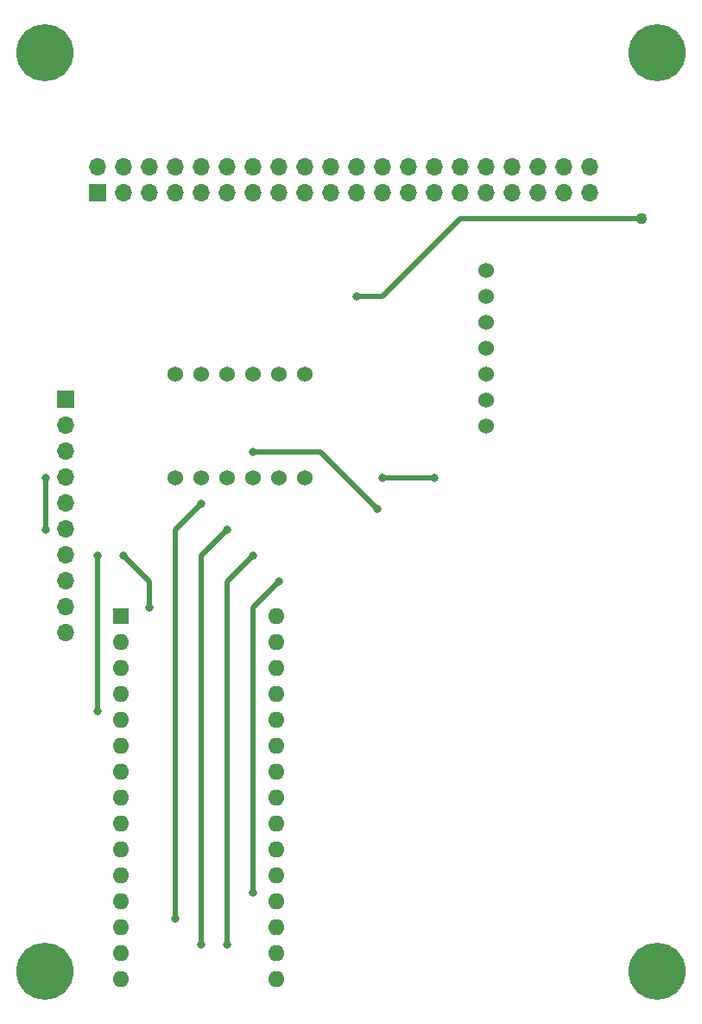
<source format=gbr>
%TF.GenerationSoftware,KiCad,Pcbnew,7.0.1*%
%TF.CreationDate,2023-03-30T15:27:08-04:00*%
%TF.ProjectId,BREAD_Slice,42524541-445f-4536-9c69-63652e6b6963,rev?*%
%TF.SameCoordinates,PX74eba40PY8552dc0*%
%TF.FileFunction,Copper,L1,Top*%
%TF.FilePolarity,Positive*%
%FSLAX46Y46*%
G04 Gerber Fmt 4.6, Leading zero omitted, Abs format (unit mm)*
G04 Created by KiCad (PCBNEW 7.0.1) date 2023-03-30 15:27:08*
%MOMM*%
%LPD*%
G01*
G04 APERTURE LIST*
%TA.AperFunction,ComponentPad*%
%ADD10C,5.600000*%
%TD*%
%TA.AperFunction,ComponentPad*%
%ADD11R,1.600000X1.600000*%
%TD*%
%TA.AperFunction,ComponentPad*%
%ADD12O,1.600000X1.600000*%
%TD*%
%TA.AperFunction,ComponentPad*%
%ADD13R,1.700000X1.700000*%
%TD*%
%TA.AperFunction,ComponentPad*%
%ADD14O,1.700000X1.700000*%
%TD*%
%TA.AperFunction,ComponentPad*%
%ADD15C,1.524000*%
%TD*%
%TA.AperFunction,ViaPad*%
%ADD16C,0.800000*%
%TD*%
%TA.AperFunction,ViaPad*%
%ADD17C,1.100000*%
%TD*%
%TA.AperFunction,Conductor*%
%ADD18C,0.508000*%
%TD*%
G04 APERTURE END LIST*
D10*
%TO.P,H1,1*%
%TO.N,N/C*%
X5000000Y95000000D03*
%TD*%
%TO.P,H2,1*%
%TO.N,N/C*%
X65000000Y95000000D03*
%TD*%
%TO.P,H3,1*%
%TO.N,N/C*%
X5000000Y5000000D03*
%TD*%
%TO.P,H4,1*%
%TO.N,N/C*%
X65000000Y5000000D03*
%TD*%
D11*
%TO.P,A1,1,D1/TX*%
%TO.N,unconnected-(A1-D1{slash}TX-Pad1)*%
X12400000Y39800000D03*
D12*
%TO.P,A1,2,D0/RX*%
%TO.N,unconnected-(A1-D0{slash}RX-Pad2)*%
X12400000Y37260000D03*
%TO.P,A1,3,~{RESET}*%
%TO.N,unconnected-(A1-~{RESET}-Pad3)*%
X12400000Y34720000D03*
%TO.P,A1,4,GND*%
%TO.N,GND*%
X12400000Y32180000D03*
%TO.P,A1,5,D2*%
%TO.N,/E_STOP*%
X12400000Y29640000D03*
%TO.P,A1,6,D3*%
%TO.N,/SYNC*%
X12400000Y27100000D03*
%TO.P,A1,7,D4*%
%TO.N,/INT*%
X12400000Y24560000D03*
%TO.P,A1,8,D5*%
%TO.N,unconnected-(A1-D5-Pad8)*%
X12400000Y22020000D03*
%TO.P,A1,9,D6*%
%TO.N,unconnected-(A1-D6-Pad9)*%
X12400000Y19480000D03*
%TO.P,A1,10,D7*%
%TO.N,unconnected-(A1-D7-Pad10)*%
X12400000Y16940000D03*
%TO.P,A1,11,D8*%
%TO.N,unconnected-(A1-D8-Pad11)*%
X12400000Y14400000D03*
%TO.P,A1,12,D9*%
%TO.N,unconnected-(A1-D9-Pad12)*%
X12400000Y11860000D03*
%TO.P,A1,13,D10*%
%TO.N,/SS_NANO*%
X12400000Y9320000D03*
%TO.P,A1,14,D11*%
%TO.N,/MOSI_NANO*%
X12400000Y6780000D03*
%TO.P,A1,15,D12*%
%TO.N,/MISO_NANO*%
X12400000Y4240000D03*
%TO.P,A1,16,D13*%
%TO.N,/SCLK_NANO*%
X27640000Y4240000D03*
%TO.P,A1,17,3V3*%
%TO.N,unconnected-(A1-3V3-Pad17)*%
X27640000Y6780000D03*
%TO.P,A1,18,AREF*%
%TO.N,unconnected-(A1-AREF-Pad18)*%
X27640000Y9320000D03*
%TO.P,A1,19,A0*%
%TO.N,unconnected-(A1-A0-Pad19)*%
X27640000Y11860000D03*
%TO.P,A1,20,A1*%
%TO.N,unconnected-(A1-A1-Pad20)*%
X27640000Y14400000D03*
%TO.P,A1,21,A2*%
%TO.N,unconnected-(A1-A2-Pad21)*%
X27640000Y16940000D03*
%TO.P,A1,22,A3*%
%TO.N,unconnected-(A1-A3-Pad22)*%
X27640000Y19480000D03*
%TO.P,A1,23,A4*%
%TO.N,/I2C_DAT*%
X27640000Y22020000D03*
%TO.P,A1,24,A5*%
%TO.N,/I2C_CLK*%
X27640000Y24560000D03*
%TO.P,A1,25,A6*%
%TO.N,unconnected-(A1-A6-Pad25)*%
X27640000Y27100000D03*
%TO.P,A1,26,A7*%
%TO.N,unconnected-(A1-A7-Pad26)*%
X27640000Y29640000D03*
%TO.P,A1,27,+5V*%
%TO.N,+5V*%
X27640000Y32180000D03*
%TO.P,A1,28,~{RESET}*%
%TO.N,unconnected-(A1-~{RESET}-Pad28)*%
X27640000Y34720000D03*
%TO.P,A1,29,GND*%
%TO.N,GND*%
X27640000Y37260000D03*
%TO.P,A1,30,VIN*%
%TO.N,+12V*%
X27640000Y39800000D03*
%TD*%
D13*
%TO.P,J1,1,Pin_1*%
%TO.N,GND*%
X7000000Y61000000D03*
D14*
%TO.P,J1,2,Pin_2*%
%TO.N,+12V*%
X7000000Y58460000D03*
%TO.P,J1,3,Pin_3*%
%TO.N,/I2C_CLK*%
X7000000Y55920000D03*
%TO.P,J1,4,Pin_4*%
%TO.N,/I2C_DAT*%
X7000000Y53380000D03*
%TO.P,J1,5,Pin_5*%
%TO.N,GND*%
X7000000Y50840000D03*
%TO.P,J1,6,Pin_6*%
%TO.N,/E_STOP*%
X7000000Y48300000D03*
%TO.P,J1,7,Pin_7*%
%TO.N,/SYNC*%
X7000000Y45760000D03*
%TO.P,J1,8,Pin_8*%
%TO.N,/INT*%
X7000000Y43220000D03*
%TO.P,J1,9,Pin_9*%
%TO.N,+12V*%
X7000000Y40680000D03*
%TO.P,J1,10,Pin_10*%
%TO.N,GND*%
X7000000Y38140000D03*
%TD*%
D15*
%TO.P,U1,1,LV*%
%TO.N,+3.3V*%
X30480000Y63500000D03*
%TO.P,U1,2,A1*%
%TO.N,/SS_PI*%
X27940000Y63500000D03*
%TO.P,U1,3,A2*%
%TO.N,/MISO_PI*%
X25400000Y63500000D03*
%TO.P,U1,4,A3*%
%TO.N,/MOSI_PI*%
X22860000Y63500000D03*
%TO.P,U1,5,A4*%
%TO.N,/SCLK_PI*%
X20320000Y63500000D03*
%TO.P,U1,6,GND*%
%TO.N,GND*%
X17780000Y63500000D03*
%TO.P,U1,7,HV*%
%TO.N,+5V*%
X30480000Y53340000D03*
%TO.P,U1,8,B1*%
%TO.N,/SS_NANO*%
X27940000Y53340000D03*
%TO.P,U1,9,B2*%
%TO.N,/MISO_NANO*%
X25400000Y53340000D03*
%TO.P,U1,10,B3*%
%TO.N,/MOSI_NANO*%
X22860000Y53340000D03*
%TO.P,U1,11,B4*%
%TO.N,/SCLK_NANO*%
X20320000Y53340000D03*
%TO.P,U1,12,GND*%
%TO.N,GND*%
X17780000Y53340000D03*
%TD*%
%TO.P,U2,1,LRC*%
%TO.N,/I2S_LRC*%
X48260000Y73660000D03*
%TO.P,U2,2,BCLK*%
%TO.N,/I2S_BCLK*%
X48260000Y71120000D03*
%TO.P,U2,3,DIN*%
%TO.N,/I2S_DIN*%
X48260000Y68580000D03*
%TO.P,U2,4,GAIN*%
%TO.N,unconnected-(U2-GAIN-Pad4)*%
X48260000Y66040000D03*
%TO.P,U2,5,SD*%
%TO.N,unconnected-(U2-SD-Pad5)*%
X48260000Y63500000D03*
%TO.P,U2,6,GND*%
%TO.N,GND*%
X48260000Y60960000D03*
%TO.P,U2,7,5V*%
%TO.N,+5V*%
X48260000Y58420000D03*
%TD*%
D13*
%TO.P,J2,1,3V3*%
%TO.N,+3.3V*%
X10160000Y81280000D03*
D14*
%TO.P,J2,2,5V*%
%TO.N,+5V*%
X10160000Y83820000D03*
%TO.P,J2,3,SDA/GPIO2*%
%TO.N,unconnected-(J2-SDA{slash}GPIO2-Pad3)*%
X12700000Y81280000D03*
%TO.P,J2,4,5V*%
%TO.N,unconnected-(J2-5V-Pad4)*%
X12700000Y83820000D03*
%TO.P,J2,5,SCL/GPIO3*%
%TO.N,unconnected-(J2-SCL{slash}GPIO3-Pad5)*%
X15240000Y81280000D03*
%TO.P,J2,6,GND*%
%TO.N,GND*%
X15240000Y83820000D03*
%TO.P,J2,7,GCLK0/GPIO4*%
%TO.N,unconnected-(J2-GCLK0{slash}GPIO4-Pad7)*%
X17780000Y81280000D03*
%TO.P,J2,8,GPIO14/TXD*%
%TO.N,unconnected-(J2-GPIO14{slash}TXD-Pad8)*%
X17780000Y83820000D03*
%TO.P,J2,9,GND*%
%TO.N,unconnected-(J2-GND-Pad9)*%
X20320000Y81280000D03*
%TO.P,J2,10,GPIO15/RXD*%
%TO.N,unconnected-(J2-GPIO15{slash}RXD-Pad10)*%
X20320000Y83820000D03*
%TO.P,J2,11,GPIO17*%
%TO.N,unconnected-(J2-GPIO17-Pad11)*%
X22860000Y81280000D03*
%TO.P,J2,12,GPIO18/PWM0*%
%TO.N,/I2S_BCLK*%
X22860000Y83820000D03*
%TO.P,J2,13,GPIO27*%
%TO.N,unconnected-(J2-GPIO27-Pad13)*%
X25400000Y81280000D03*
%TO.P,J2,14,GND*%
%TO.N,unconnected-(J2-GND-Pad14)*%
X25400000Y83820000D03*
%TO.P,J2,15,GPIO22*%
%TO.N,unconnected-(J2-GPIO22-Pad15)*%
X27940000Y81280000D03*
%TO.P,J2,16,GPIO23*%
%TO.N,unconnected-(J2-GPIO23-Pad16)*%
X27940000Y83820000D03*
%TO.P,J2,17,3V3*%
%TO.N,unconnected-(J2-3V3-Pad17)*%
X30480000Y81280000D03*
%TO.P,J2,18,GPIO24*%
%TO.N,unconnected-(J2-GPIO24-Pad18)*%
X30480000Y83820000D03*
%TO.P,J2,19,MOSI0/GPIO10*%
%TO.N,/MOSI_PI*%
X33020000Y81280000D03*
%TO.P,J2,20,GND*%
%TO.N,unconnected-(J2-GND-Pad20)*%
X33020000Y83820000D03*
%TO.P,J2,21,MISO0/GPIO9*%
%TO.N,/MISO_PI*%
X35560000Y81280000D03*
%TO.P,J2,22,GPIO25*%
%TO.N,unconnected-(J2-GPIO25-Pad22)*%
X35560000Y83820000D03*
%TO.P,J2,23,SCLK0/GPIO11*%
%TO.N,/SCLK_PI*%
X38100000Y81280000D03*
%TO.P,J2,24,~{CE0}/GPIO8*%
%TO.N,/SS_PI*%
X38100000Y83820000D03*
%TO.P,J2,25,GND*%
%TO.N,unconnected-(J2-GND-Pad25)*%
X40640000Y81280000D03*
%TO.P,J2,26,~{CE1}/GPIO7*%
%TO.N,unconnected-(J2-~{CE1}{slash}GPIO7-Pad26)*%
X40640000Y83820000D03*
%TO.P,J2,27,ID_SD/GPIO0*%
%TO.N,unconnected-(J2-ID_SD{slash}GPIO0-Pad27)*%
X43180000Y81280000D03*
%TO.P,J2,28,ID_SC/GPIO1*%
%TO.N,unconnected-(J2-ID_SC{slash}GPIO1-Pad28)*%
X43180000Y83820000D03*
%TO.P,J2,29,GCLK1/GPIO5*%
%TO.N,unconnected-(J2-GCLK1{slash}GPIO5-Pad29)*%
X45720000Y81280000D03*
%TO.P,J2,30,GND*%
%TO.N,unconnected-(J2-GND-Pad30)*%
X45720000Y83820000D03*
%TO.P,J2,31,GCLK2/GPIO6*%
%TO.N,unconnected-(J2-GCLK2{slash}GPIO6-Pad31)*%
X48260000Y81280000D03*
%TO.P,J2,32,PWM0/GPIO12*%
%TO.N,unconnected-(J2-PWM0{slash}GPIO12-Pad32)*%
X48260000Y83820000D03*
%TO.P,J2,33,PWM1/GPIO13*%
%TO.N,unconnected-(J2-PWM1{slash}GPIO13-Pad33)*%
X50800000Y81280000D03*
%TO.P,J2,34,GND*%
%TO.N,unconnected-(J2-GND-Pad34)*%
X50800000Y83820000D03*
%TO.P,J2,35,GPIO19/MISO1*%
%TO.N,/I2S_LRC*%
X53340000Y81280000D03*
%TO.P,J2,36,GPIO16*%
%TO.N,unconnected-(J2-GPIO16-Pad36)*%
X53340000Y83820000D03*
%TO.P,J2,37,GPIO26*%
%TO.N,unconnected-(J2-GPIO26-Pad37)*%
X55880000Y81280000D03*
%TO.P,J2,38,GPIO20/MOSI1*%
%TO.N,unconnected-(J2-GPIO20{slash}MOSI1-Pad38)*%
X55880000Y83820000D03*
%TO.P,J2,39,GND*%
%TO.N,unconnected-(J2-GND-Pad39)*%
X58420000Y81280000D03*
%TO.P,J2,40,GPIO21/SCLK1*%
%TO.N,/I2S_DIN*%
X58420000Y83820000D03*
%TD*%
D16*
%TO.N,GND*%
X25400000Y55880000D03*
X37570000Y50270000D03*
%TO.N,+5V*%
X43180000Y53340000D03*
X38100000Y53340000D03*
%TO.N,/SYNC*%
X10160000Y30480000D03*
X10160000Y45720000D03*
%TO.N,/E_STOP*%
X12700000Y45720000D03*
X15240000Y40640000D03*
%TO.N,/SS_NANO*%
X25400000Y12700000D03*
X27940000Y43180000D03*
%TO.N,/MOSI_NANO*%
X22860000Y48260000D03*
X20320000Y7620000D03*
%TO.N,/MISO_NANO*%
X25400000Y45720000D03*
X22860000Y7620000D03*
%TO.N,/SCLK_NANO*%
X17780000Y10160000D03*
X20320000Y50800000D03*
%TO.N,+12V*%
X5080000Y48260000D03*
X5080000Y53340000D03*
D17*
%TO.N,/SS_PI*%
X63500000Y78740000D03*
D16*
X35560000Y71120000D03*
%TD*%
D18*
%TO.N,GND*%
X25400000Y55880000D02*
X31960000Y55880000D01*
X31960000Y55880000D02*
X37570000Y50270000D01*
%TO.N,+5V*%
X38100000Y53340000D02*
X43180000Y53340000D01*
%TO.N,/SYNC*%
X10160000Y45720000D02*
X10160000Y30480000D01*
%TO.N,/E_STOP*%
X12700000Y45720000D02*
X15240000Y43180000D01*
X15240000Y43180000D02*
X15240000Y40640000D01*
%TO.N,/SS_NANO*%
X25400000Y40640000D02*
X27940000Y43180000D01*
X25400000Y12700000D02*
X25400000Y40640000D01*
%TO.N,/MOSI_NANO*%
X20320000Y45720000D02*
X22860000Y48260000D01*
X20320000Y7620000D02*
X20320000Y45720000D01*
%TO.N,/MISO_NANO*%
X22860000Y43180000D02*
X22860000Y7620000D01*
X25400000Y45720000D02*
X22860000Y43180000D01*
%TO.N,/SCLK_NANO*%
X17780000Y48260000D02*
X17780000Y10160000D01*
X20320000Y50800000D02*
X17780000Y48260000D01*
%TO.N,+12V*%
X5080000Y53340000D02*
X5080000Y48260000D01*
%TO.N,/SS_PI*%
X45720000Y78740000D02*
X63500000Y78740000D01*
X38100000Y71120000D02*
X45720000Y78740000D01*
X35560000Y71120000D02*
X38100000Y71120000D01*
%TD*%
M02*

</source>
